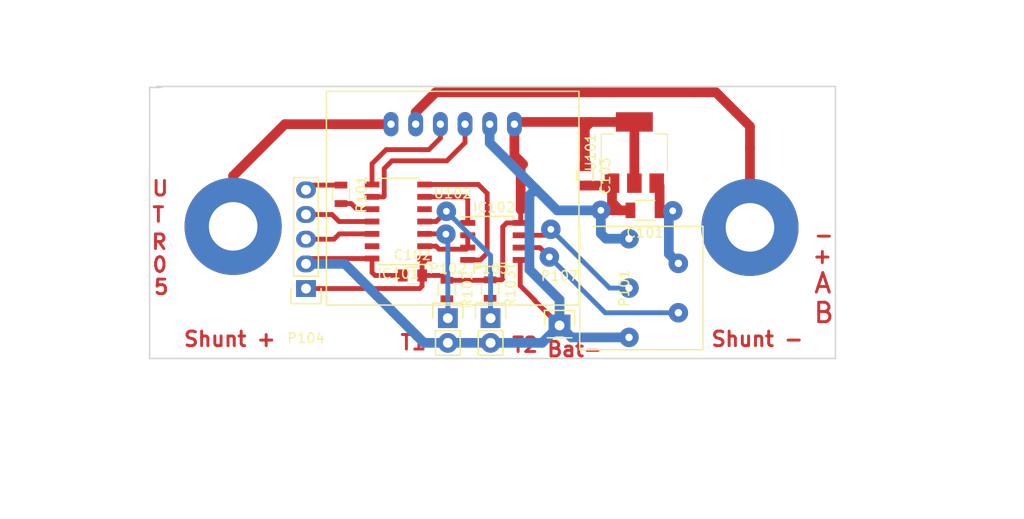
<source format=kicad_pcb>
(kicad_pcb (version 4) (host pcbnew 4.0.6)

  (general
    (links 41)
    (no_connects 0)
    (area 119.624999 74.024999 190.375001 102.175001)
    (thickness 1.6)
    (drawings 45)
    (tracks 150)
    (zones 0)
    (modules 17)
    (nets 19)
  )

  (page A4)
  (layers
    (0 F.Cu signal)
    (31 B.Cu signal)
    (32 B.Adhes user)
    (33 F.Adhes user)
    (34 B.Paste user)
    (35 F.Paste user)
    (36 B.SilkS user)
    (37 F.SilkS user)
    (38 B.Mask user)
    (39 F.Mask user)
    (40 Dwgs.User user)
    (41 Cmts.User user)
    (42 Eco1.User user)
    (43 Eco2.User user)
    (44 Edge.Cuts user)
    (45 Margin user)
    (46 B.CrtYd user)
    (47 F.CrtYd user)
    (48 B.Fab user)
    (49 F.Fab user)
  )

  (setup
    (last_trace_width 0.8)
    (trace_clearance 0.2)
    (zone_clearance 0.5)
    (zone_45_only yes)
    (trace_min 0.2)
    (segment_width 0.2)
    (edge_width 0.15)
    (via_size 2)
    (via_drill 0.7)
    (via_min_size 0.4)
    (via_min_drill 0.3)
    (uvia_size 0.3)
    (uvia_drill 0.1)
    (uvias_allowed no)
    (uvia_min_size 0.2)
    (uvia_min_drill 0.1)
    (pcb_text_width 0.3)
    (pcb_text_size 1.5 1.5)
    (mod_edge_width 0.15)
    (mod_text_size 1 1)
    (mod_text_width 0.15)
    (pad_size 1.524 1.524)
    (pad_drill 0.762)
    (pad_to_mask_clearance 0.2)
    (aux_axis_origin 119.7 102.2)
    (visible_elements FFFFEF7F)
    (pcbplotparams
      (layerselection 0x00000_80000001)
      (usegerberextensions false)
      (excludeedgelayer true)
      (linewidth 0.100000)
      (plotframeref false)
      (viasonmask false)
      (mode 1)
      (useauxorigin true)
      (hpglpennumber 1)
      (hpglpenspeed 20)
      (hpglpendiameter 15)
      (hpglpenoverlay 2)
      (psnegative false)
      (psa4output false)
      (plotreference true)
      (plotvalue true)
      (plotinvisibletext false)
      (padsonsilk false)
      (subtractmaskfromsilk false)
      (outputformat 1)
      (mirror false)
      (drillshape 0)
      (scaleselection 1)
      (outputdirectory ""))
  )

  (net 0 "")
  (net 1 VIn)
  (net 2 GND)
  (net 3 5V)
  (net 4 RS-DIR)
  (net 5 TEMP1)
  (net 6 TEMP2)
  (net 7 RS-RX)
  (net 8 RS-TX)
  (net 9 SDA)
  (net 10 SCL)
  (net 11 "Net-(IC101-Pad10)")
  (net 12 TX)
  (net 13 RX)
  (net 14 IN+)
  (net 15 IN-)
  (net 16 RS485-A)
  (net 17 UDPI)
  (net 18 RS485-B)

  (net_class Default "This is the default net class."
    (clearance 0.2)
    (trace_width 0.8)
    (via_dia 2)
    (via_drill 0.7)
    (uvia_dia 0.3)
    (uvia_drill 0.1)
    (add_net 5V)
    (add_net GND)
    (add_net IN+)
    (add_net IN-)
    (add_net "Net-(IC101-Pad10)")
    (add_net RS-DIR)
    (add_net RS-RX)
    (add_net RS-TX)
    (add_net RS485-A)
    (add_net RS485-B)
    (add_net RX)
    (add_net SCL)
    (add_net SDA)
    (add_net TEMP1)
    (add_net TEMP2)
    (add_net TX)
    (add_net UDPI)
    (add_net VIn)
  )

  (module Capacitors_SMD:C_1206 (layer F.Cu) (tedit 5415D7BD) (tstamp 62F8FE7B)
    (at 170.7 86.85 180)
    (descr "Capacitor SMD 1206, reflow soldering, AVX (see smccp.pdf)")
    (tags "capacitor 1206")
    (path /62F9089E)
    (attr smd)
    (fp_text reference C101 (at 0 -2.3 180) (layer F.SilkS)
      (effects (font (size 1 1) (thickness 0.15)))
    )
    (fp_text value 1uF (at 0 2.3 180) (layer F.Fab)
      (effects (font (size 1 1) (thickness 0.15)))
    )
    (fp_line (start -1.6 0.8) (end -1.6 -0.8) (layer F.Fab) (width 0.15))
    (fp_line (start 1.6 0.8) (end -1.6 0.8) (layer F.Fab) (width 0.15))
    (fp_line (start 1.6 -0.8) (end 1.6 0.8) (layer F.Fab) (width 0.15))
    (fp_line (start -1.6 -0.8) (end 1.6 -0.8) (layer F.Fab) (width 0.15))
    (fp_line (start -2.3 -1.15) (end 2.3 -1.15) (layer F.CrtYd) (width 0.05))
    (fp_line (start -2.3 1.15) (end 2.3 1.15) (layer F.CrtYd) (width 0.05))
    (fp_line (start -2.3 -1.15) (end -2.3 1.15) (layer F.CrtYd) (width 0.05))
    (fp_line (start 2.3 -1.15) (end 2.3 1.15) (layer F.CrtYd) (width 0.05))
    (fp_line (start 1 -1.025) (end -1 -1.025) (layer F.SilkS) (width 0.15))
    (fp_line (start -1 1.025) (end 1 1.025) (layer F.SilkS) (width 0.15))
    (pad 1 smd rect (at -1.5 0 180) (size 1 1.6) (layers F.Cu F.Paste F.Mask)
      (net 1 VIn))
    (pad 2 smd rect (at 1.5 0 180) (size 1 1.6) (layers F.Cu F.Paste F.Mask)
      (net 2 GND))
    (model Capacitors_SMD.3dshapes/C_1206.wrl
      (at (xyz 0 0 0))
      (scale (xyz 1 1 1))
      (rotate (xyz 0 0 0))
    )
  )

  (module Capacitors_SMD:C_0805 (layer F.Cu) (tedit 5415D6EA) (tstamp 62F8FE81)
    (at 146.75 93.55)
    (descr "Capacitor SMD 0805, reflow soldering, AVX (see smccp.pdf)")
    (tags "capacitor 0805")
    (path /62F8F8E4)
    (attr smd)
    (fp_text reference C102 (at 0 -2.1) (layer F.SilkS)
      (effects (font (size 1 1) (thickness 0.15)))
    )
    (fp_text value 10uF (at 0 2.1) (layer F.Fab)
      (effects (font (size 1 1) (thickness 0.15)))
    )
    (fp_line (start -1 0.625) (end -1 -0.625) (layer F.Fab) (width 0.15))
    (fp_line (start 1 0.625) (end -1 0.625) (layer F.Fab) (width 0.15))
    (fp_line (start 1 -0.625) (end 1 0.625) (layer F.Fab) (width 0.15))
    (fp_line (start -1 -0.625) (end 1 -0.625) (layer F.Fab) (width 0.15))
    (fp_line (start -1.8 -1) (end 1.8 -1) (layer F.CrtYd) (width 0.05))
    (fp_line (start -1.8 1) (end 1.8 1) (layer F.CrtYd) (width 0.05))
    (fp_line (start -1.8 -1) (end -1.8 1) (layer F.CrtYd) (width 0.05))
    (fp_line (start 1.8 -1) (end 1.8 1) (layer F.CrtYd) (width 0.05))
    (fp_line (start 0.5 -0.85) (end -0.5 -0.85) (layer F.SilkS) (width 0.15))
    (fp_line (start -0.5 0.85) (end 0.5 0.85) (layer F.SilkS) (width 0.15))
    (pad 1 smd rect (at -1 0) (size 1 1.25) (layers F.Cu F.Paste F.Mask)
      (net 2 GND))
    (pad 2 smd rect (at 1 0) (size 1 1.25) (layers F.Cu F.Paste F.Mask)
      (net 3 5V))
    (model Capacitors_SMD.3dshapes/C_0805.wrl
      (at (xyz 0 0 0))
      (scale (xyz 1 1 1))
      (rotate (xyz 0 0 0))
    )
  )

  (module Capacitors_SMD:C_0805 (layer F.Cu) (tedit 5415D6EA) (tstamp 62F8FE87)
    (at 164.5 83.3 270)
    (descr "Capacitor SMD 0805, reflow soldering, AVX (see smccp.pdf)")
    (tags "capacitor 0805")
    (path /62F8F962)
    (attr smd)
    (fp_text reference C103 (at 0 -2.1 270) (layer F.SilkS)
      (effects (font (size 1 1) (thickness 0.15)))
    )
    (fp_text value 100nF (at 0 2.1 270) (layer F.Fab)
      (effects (font (size 1 1) (thickness 0.15)))
    )
    (fp_line (start -1 0.625) (end -1 -0.625) (layer F.Fab) (width 0.15))
    (fp_line (start 1 0.625) (end -1 0.625) (layer F.Fab) (width 0.15))
    (fp_line (start 1 -0.625) (end 1 0.625) (layer F.Fab) (width 0.15))
    (fp_line (start -1 -0.625) (end 1 -0.625) (layer F.Fab) (width 0.15))
    (fp_line (start -1.8 -1) (end 1.8 -1) (layer F.CrtYd) (width 0.05))
    (fp_line (start -1.8 1) (end 1.8 1) (layer F.CrtYd) (width 0.05))
    (fp_line (start -1.8 -1) (end -1.8 1) (layer F.CrtYd) (width 0.05))
    (fp_line (start 1.8 -1) (end 1.8 1) (layer F.CrtYd) (width 0.05))
    (fp_line (start 0.5 -0.85) (end -0.5 -0.85) (layer F.SilkS) (width 0.15))
    (fp_line (start -0.5 0.85) (end 0.5 0.85) (layer F.SilkS) (width 0.15))
    (pad 1 smd rect (at -1 0 270) (size 1 1.25) (layers F.Cu F.Paste F.Mask)
      (net 3 5V))
    (pad 2 smd rect (at 1 0 270) (size 1 1.25) (layers F.Cu F.Paste F.Mask)
      (net 2 GND))
    (model Capacitors_SMD.3dshapes/C_0805.wrl
      (at (xyz 0 0 0))
      (scale (xyz 1 1 1))
      (rotate (xyz 0 0 0))
    )
  )

  (module Housings_SOIC:SOIC-14_3.9x8.7mm_Pitch1.27mm (layer F.Cu) (tedit 574D9791) (tstamp 62F8FE99)
    (at 145.3 88 180)
    (descr "14-Lead Plastic Small Outline (SL) - Narrow, 3.90 mm Body [SOIC] (see Microchip Packaging Specification 00000049BS.pdf)")
    (tags "SOIC 1.27")
    (path /62F8F322)
    (attr smd)
    (fp_text reference IC101 (at 0 -5.375 180) (layer F.SilkS)
      (effects (font (size 1 1) (thickness 0.15)))
    )
    (fp_text value ATTINY3224-SS (at 0 5.375 180) (layer F.Fab)
      (effects (font (size 1 1) (thickness 0.15)))
    )
    (fp_line (start -0.95 -4.35) (end 1.95 -4.35) (layer F.Fab) (width 0.15))
    (fp_line (start 1.95 -4.35) (end 1.95 4.35) (layer F.Fab) (width 0.15))
    (fp_line (start 1.95 4.35) (end -1.95 4.35) (layer F.Fab) (width 0.15))
    (fp_line (start -1.95 4.35) (end -1.95 -3.35) (layer F.Fab) (width 0.15))
    (fp_line (start -1.95 -3.35) (end -0.95 -4.35) (layer F.Fab) (width 0.15))
    (fp_line (start -3.7 -4.65) (end -3.7 4.65) (layer F.CrtYd) (width 0.05))
    (fp_line (start 3.7 -4.65) (end 3.7 4.65) (layer F.CrtYd) (width 0.05))
    (fp_line (start -3.7 -4.65) (end 3.7 -4.65) (layer F.CrtYd) (width 0.05))
    (fp_line (start -3.7 4.65) (end 3.7 4.65) (layer F.CrtYd) (width 0.05))
    (fp_line (start -2.075 -4.45) (end -2.075 -4.425) (layer F.SilkS) (width 0.15))
    (fp_line (start 2.075 -4.45) (end 2.075 -4.335) (layer F.SilkS) (width 0.15))
    (fp_line (start 2.075 4.45) (end 2.075 4.335) (layer F.SilkS) (width 0.15))
    (fp_line (start -2.075 4.45) (end -2.075 4.335) (layer F.SilkS) (width 0.15))
    (fp_line (start -2.075 -4.45) (end 2.075 -4.45) (layer F.SilkS) (width 0.15))
    (fp_line (start -2.075 4.45) (end 2.075 4.45) (layer F.SilkS) (width 0.15))
    (fp_line (start -2.075 -4.425) (end -3.45 -4.425) (layer F.SilkS) (width 0.15))
    (pad 1 smd rect (at -2.7 -3.81 180) (size 1.5 0.6) (layers F.Cu F.Paste F.Mask)
      (net 3 5V))
    (pad 2 smd rect (at -2.7 -2.54 180) (size 1.5 0.6) (layers F.Cu F.Paste F.Mask)
      (net 4 RS-DIR))
    (pad 3 smd rect (at -2.7 -1.27 180) (size 1.5 0.6) (layers F.Cu F.Paste F.Mask)
      (net 5 TEMP1))
    (pad 4 smd rect (at -2.7 0 180) (size 1.5 0.6) (layers F.Cu F.Paste F.Mask)
      (net 6 TEMP2))
    (pad 5 smd rect (at -2.7 1.27 180) (size 1.5 0.6) (layers F.Cu F.Paste F.Mask))
    (pad 6 smd rect (at -2.7 2.54 180) (size 1.5 0.6) (layers F.Cu F.Paste F.Mask)
      (net 7 RS-RX))
    (pad 7 smd rect (at -2.7 3.81 180) (size 1.5 0.6) (layers F.Cu F.Paste F.Mask)
      (net 8 RS-TX))
    (pad 8 smd rect (at 2.7 3.81 180) (size 1.5 0.6) (layers F.Cu F.Paste F.Mask)
      (net 9 SDA))
    (pad 9 smd rect (at 2.7 2.54 180) (size 1.5 0.6) (layers F.Cu F.Paste F.Mask)
      (net 10 SCL))
    (pad 10 smd rect (at 2.7 1.27 180) (size 1.5 0.6) (layers F.Cu F.Paste F.Mask)
      (net 11 "Net-(IC101-Pad10)"))
    (pad 11 smd rect (at 2.7 0 180) (size 1.5 0.6) (layers F.Cu F.Paste F.Mask)
      (net 12 TX))
    (pad 12 smd rect (at 2.7 -1.27 180) (size 1.5 0.6) (layers F.Cu F.Paste F.Mask)
      (net 13 RX))
    (pad 13 smd rect (at 2.7 -2.54 180) (size 1.5 0.6) (layers F.Cu F.Paste F.Mask))
    (pad 14 smd rect (at 2.7 -3.81 180) (size 1.5 0.6) (layers F.Cu F.Paste F.Mask)
      (net 2 GND))
    (model Housings_SOIC.3dshapes/SOIC-14_3.9x8.7mm_Pitch1.27mm.wrl
      (at (xyz 0 0 0))
      (scale (xyz 1 1 1))
      (rotate (xyz 0 0 0))
    )
  )

  (module Housings_SOIC:SOIC-8_3.9x4.9mm_Pitch1.27mm (layer F.Cu) (tedit 54130A77) (tstamp 62F8FEA5)
    (at 155.15 90.05)
    (descr "8-Lead Plastic Small Outline (SN) - Narrow, 3.90 mm Body [SOIC] (see Microchip Packaging Specification 00000049BS.pdf)")
    (tags "SOIC 1.27")
    (path /62F8EE93)
    (attr smd)
    (fp_text reference IC102 (at 0 -3.5) (layer F.SilkS)
      (effects (font (size 1 1) (thickness 0.15)))
    )
    (fp_text value MAX485/3485 (at 0 3.5) (layer F.Fab)
      (effects (font (size 1 1) (thickness 0.15)))
    )
    (fp_line (start -0.95 -2.45) (end 1.95 -2.45) (layer F.Fab) (width 0.15))
    (fp_line (start 1.95 -2.45) (end 1.95 2.45) (layer F.Fab) (width 0.15))
    (fp_line (start 1.95 2.45) (end -1.95 2.45) (layer F.Fab) (width 0.15))
    (fp_line (start -1.95 2.45) (end -1.95 -1.45) (layer F.Fab) (width 0.15))
    (fp_line (start -1.95 -1.45) (end -0.95 -2.45) (layer F.Fab) (width 0.15))
    (fp_line (start -3.75 -2.75) (end -3.75 2.75) (layer F.CrtYd) (width 0.05))
    (fp_line (start 3.75 -2.75) (end 3.75 2.75) (layer F.CrtYd) (width 0.05))
    (fp_line (start -3.75 -2.75) (end 3.75 -2.75) (layer F.CrtYd) (width 0.05))
    (fp_line (start -3.75 2.75) (end 3.75 2.75) (layer F.CrtYd) (width 0.05))
    (fp_line (start -2.075 -2.575) (end -2.075 -2.525) (layer F.SilkS) (width 0.15))
    (fp_line (start 2.075 -2.575) (end 2.075 -2.43) (layer F.SilkS) (width 0.15))
    (fp_line (start 2.075 2.575) (end 2.075 2.43) (layer F.SilkS) (width 0.15))
    (fp_line (start -2.075 2.575) (end -2.075 2.43) (layer F.SilkS) (width 0.15))
    (fp_line (start -2.075 -2.575) (end 2.075 -2.575) (layer F.SilkS) (width 0.15))
    (fp_line (start -2.075 2.575) (end 2.075 2.575) (layer F.SilkS) (width 0.15))
    (fp_line (start -2.075 -2.525) (end -3.475 -2.525) (layer F.SilkS) (width 0.15))
    (pad 1 smd rect (at -2.7 -1.905) (size 1.55 0.6) (layers F.Cu F.Paste F.Mask)
      (net 7 RS-RX))
    (pad 2 smd rect (at -2.7 -0.635) (size 1.55 0.6) (layers F.Cu F.Paste F.Mask)
      (net 4 RS-DIR))
    (pad 3 smd rect (at -2.7 0.635) (size 1.55 0.6) (layers F.Cu F.Paste F.Mask)
      (net 4 RS-DIR))
    (pad 4 smd rect (at -2.7 1.905) (size 1.55 0.6) (layers F.Cu F.Paste F.Mask)
      (net 8 RS-TX))
    (pad 5 smd rect (at 2.7 1.905) (size 1.55 0.6) (layers F.Cu F.Paste F.Mask)
      (net 2 GND))
    (pad 6 smd rect (at 2.7 0.635) (size 1.55 0.6) (layers F.Cu F.Paste F.Mask)
      (net 16 RS485-A))
    (pad 7 smd rect (at 2.7 -0.635) (size 1.55 0.6) (layers F.Cu F.Paste F.Mask)
      (net 18 RS485-B))
    (pad 8 smd rect (at 2.7 -1.905) (size 1.55 0.6) (layers F.Cu F.Paste F.Mask)
      (net 3 5V))
    (model Housings_SOIC.3dshapes/SOIC-8_3.9x4.9mm_Pitch1.27mm.wrl
      (at (xyz 0 0 0))
      (scale (xyz 1 1 1))
      (rotate (xyz 0 0 0))
    )
  )

  (module Pin_Headers:Pin_Header_Straight_1x02 (layer F.Cu) (tedit 54EA090C) (tstamp 62F8FEBA)
    (at 150.4 97.95)
    (descr "Through hole pin header")
    (tags "pin header")
    (path /62F9028E)
    (fp_text reference P102 (at 0 -5.1) (layer F.SilkS)
      (effects (font (size 1 1) (thickness 0.15)))
    )
    (fp_text value NTC1 (at 0 -3.1) (layer F.Fab)
      (effects (font (size 1 1) (thickness 0.15)))
    )
    (fp_line (start 1.27 1.27) (end 1.27 3.81) (layer F.SilkS) (width 0.15))
    (fp_line (start 1.55 -1.55) (end 1.55 0) (layer F.SilkS) (width 0.15))
    (fp_line (start -1.75 -1.75) (end -1.75 4.3) (layer F.CrtYd) (width 0.05))
    (fp_line (start 1.75 -1.75) (end 1.75 4.3) (layer F.CrtYd) (width 0.05))
    (fp_line (start -1.75 -1.75) (end 1.75 -1.75) (layer F.CrtYd) (width 0.05))
    (fp_line (start -1.75 4.3) (end 1.75 4.3) (layer F.CrtYd) (width 0.05))
    (fp_line (start 1.27 1.27) (end -1.27 1.27) (layer F.SilkS) (width 0.15))
    (fp_line (start -1.55 0) (end -1.55 -1.55) (layer F.SilkS) (width 0.15))
    (fp_line (start -1.55 -1.55) (end 1.55 -1.55) (layer F.SilkS) (width 0.15))
    (fp_line (start -1.27 1.27) (end -1.27 3.81) (layer F.SilkS) (width 0.15))
    (fp_line (start -1.27 3.81) (end 1.27 3.81) (layer F.SilkS) (width 0.15))
    (pad 1 thru_hole rect (at 0 0) (size 2.032 2.032) (drill 1.016) (layers *.Cu *.Mask)
      (net 5 TEMP1))
    (pad 2 thru_hole oval (at 0 2.54) (size 2.032 2.032) (drill 1.016) (layers *.Cu *.Mask)
      (net 2 GND))
    (model Pin_Headers.3dshapes/Pin_Header_Straight_1x02.wrl
      (at (xyz 0 -0.05 0))
      (scale (xyz 1 1 1))
      (rotate (xyz 0 0 90))
    )
  )

  (module Pin_Headers:Pin_Header_Straight_1x02 (layer F.Cu) (tedit 54EA090C) (tstamp 62F8FEC0)
    (at 154.8 97.95)
    (descr "Through hole pin header")
    (tags "pin header")
    (path /62F90323)
    (fp_text reference P103 (at 0 -5.1) (layer F.SilkS)
      (effects (font (size 1 1) (thickness 0.15)))
    )
    (fp_text value NTC2 (at 0 -3.1) (layer F.Fab)
      (effects (font (size 1 1) (thickness 0.15)))
    )
    (fp_line (start 1.27 1.27) (end 1.27 3.81) (layer F.SilkS) (width 0.15))
    (fp_line (start 1.55 -1.55) (end 1.55 0) (layer F.SilkS) (width 0.15))
    (fp_line (start -1.75 -1.75) (end -1.75 4.3) (layer F.CrtYd) (width 0.05))
    (fp_line (start 1.75 -1.75) (end 1.75 4.3) (layer F.CrtYd) (width 0.05))
    (fp_line (start -1.75 -1.75) (end 1.75 -1.75) (layer F.CrtYd) (width 0.05))
    (fp_line (start -1.75 4.3) (end 1.75 4.3) (layer F.CrtYd) (width 0.05))
    (fp_line (start 1.27 1.27) (end -1.27 1.27) (layer F.SilkS) (width 0.15))
    (fp_line (start -1.55 0) (end -1.55 -1.55) (layer F.SilkS) (width 0.15))
    (fp_line (start -1.55 -1.55) (end 1.55 -1.55) (layer F.SilkS) (width 0.15))
    (fp_line (start -1.27 1.27) (end -1.27 3.81) (layer F.SilkS) (width 0.15))
    (fp_line (start -1.27 3.81) (end 1.27 3.81) (layer F.SilkS) (width 0.15))
    (pad 1 thru_hole rect (at 0 0) (size 2.032 2.032) (drill 1.016) (layers *.Cu *.Mask)
      (net 6 TEMP2))
    (pad 2 thru_hole oval (at 0 2.54) (size 2.032 2.032) (drill 1.016) (layers *.Cu *.Mask)
      (net 2 GND))
    (model Pin_Headers.3dshapes/Pin_Header_Straight_1x02.wrl
      (at (xyz 0 -0.05 0))
      (scale (xyz 1 1 1))
      (rotate (xyz 0 0 90))
    )
  )

  (module Pin_Headers:Pin_Header_Straight_1x05 (layer F.Cu) (tedit 54EA0684) (tstamp 62F8FEC9)
    (at 135.8 94.9 180)
    (descr "Through hole pin header")
    (tags "pin header")
    (path /62F8FA97)
    (fp_text reference P104 (at 0 -5.1 180) (layer F.SilkS)
      (effects (font (size 1 1) (thickness 0.15)))
    )
    (fp_text value DEBUG (at 0 -3.1 180) (layer F.Fab)
      (effects (font (size 1 1) (thickness 0.15)))
    )
    (fp_line (start -1.55 0) (end -1.55 -1.55) (layer F.SilkS) (width 0.15))
    (fp_line (start -1.55 -1.55) (end 1.55 -1.55) (layer F.SilkS) (width 0.15))
    (fp_line (start 1.55 -1.55) (end 1.55 0) (layer F.SilkS) (width 0.15))
    (fp_line (start -1.75 -1.75) (end -1.75 11.95) (layer F.CrtYd) (width 0.05))
    (fp_line (start 1.75 -1.75) (end 1.75 11.95) (layer F.CrtYd) (width 0.05))
    (fp_line (start -1.75 -1.75) (end 1.75 -1.75) (layer F.CrtYd) (width 0.05))
    (fp_line (start -1.75 11.95) (end 1.75 11.95) (layer F.CrtYd) (width 0.05))
    (fp_line (start 1.27 1.27) (end 1.27 11.43) (layer F.SilkS) (width 0.15))
    (fp_line (start 1.27 11.43) (end -1.27 11.43) (layer F.SilkS) (width 0.15))
    (fp_line (start -1.27 11.43) (end -1.27 1.27) (layer F.SilkS) (width 0.15))
    (fp_line (start 1.27 1.27) (end -1.27 1.27) (layer F.SilkS) (width 0.15))
    (pad 1 thru_hole rect (at 0 0 180) (size 2.032 1.7272) (drill 1.016) (layers *.Cu *.Mask)
      (net 3 5V))
    (pad 2 thru_hole oval (at 0 2.54 180) (size 2.032 1.7272) (drill 1.016) (layers *.Cu *.Mask)
      (net 2 GND))
    (pad 3 thru_hole oval (at 0 5.08 180) (size 2.032 1.7272) (drill 1.016) (layers *.Cu *.Mask)
      (net 13 RX))
    (pad 4 thru_hole oval (at 0 7.62 180) (size 2.032 1.7272) (drill 1.016) (layers *.Cu *.Mask)
      (net 12 TX))
    (pad 5 thru_hole oval (at 0 10.16 180) (size 2.032 1.7272) (drill 1.016) (layers *.Cu *.Mask)
      (net 17 UDPI))
    (model Pin_Headers.3dshapes/Pin_Header_Straight_1x05.wrl
      (at (xyz 0 -0.2 0))
      (scale (xyz 1 1 1))
      (rotate (xyz 0 0 90))
    )
  )

  (module Resistors_SMD:R_0805 (layer F.Cu) (tedit 58307B54) (tstamp 62F8FECF)
    (at 139.4 85.2 270)
    (descr "Resistor SMD 0805, reflow soldering, Vishay (see dcrcw.pdf)")
    (tags "resistor 0805")
    (path /62F8FC80)
    (attr smd)
    (fp_text reference R101 (at 0 -2.1 270) (layer F.SilkS)
      (effects (font (size 1 1) (thickness 0.15)))
    )
    (fp_text value 270R (at 0 2.1 270) (layer F.Fab)
      (effects (font (size 1 1) (thickness 0.15)))
    )
    (fp_line (start -1 0.625) (end -1 -0.625) (layer F.Fab) (width 0.1))
    (fp_line (start 1 0.625) (end -1 0.625) (layer F.Fab) (width 0.1))
    (fp_line (start 1 -0.625) (end 1 0.625) (layer F.Fab) (width 0.1))
    (fp_line (start -1 -0.625) (end 1 -0.625) (layer F.Fab) (width 0.1))
    (fp_line (start -1.6 -1) (end 1.6 -1) (layer F.CrtYd) (width 0.05))
    (fp_line (start -1.6 1) (end 1.6 1) (layer F.CrtYd) (width 0.05))
    (fp_line (start -1.6 -1) (end -1.6 1) (layer F.CrtYd) (width 0.05))
    (fp_line (start 1.6 -1) (end 1.6 1) (layer F.CrtYd) (width 0.05))
    (fp_line (start 0.6 0.875) (end -0.6 0.875) (layer F.SilkS) (width 0.15))
    (fp_line (start -0.6 -0.875) (end 0.6 -0.875) (layer F.SilkS) (width 0.15))
    (pad 1 smd rect (at -0.95 0 270) (size 0.7 1.3) (layers F.Cu F.Paste F.Mask)
      (net 17 UDPI))
    (pad 2 smd rect (at 0.95 0 270) (size 0.7 1.3) (layers F.Cu F.Paste F.Mask)
      (net 11 "Net-(IC101-Pad10)"))
    (model Resistors_SMD.3dshapes/R_0805.wrl
      (at (xyz 0 0 0))
      (scale (xyz 1 1 1))
      (rotate (xyz 0 0 0))
    )
  )

  (module Resistors_SMD:R_0805 (layer F.Cu) (tedit 58307B54) (tstamp 62F8FED5)
    (at 150.3 95 270)
    (descr "Resistor SMD 0805, reflow soldering, Vishay (see dcrcw.pdf)")
    (tags "resistor 0805")
    (path /62F8F813)
    (attr smd)
    (fp_text reference R102 (at 0 -2.1 270) (layer F.SilkS)
      (effects (font (size 1 1) (thickness 0.15)))
    )
    (fp_text value 10K (at 0 2.1 270) (layer F.Fab)
      (effects (font (size 1 1) (thickness 0.15)))
    )
    (fp_line (start -1 0.625) (end -1 -0.625) (layer F.Fab) (width 0.1))
    (fp_line (start 1 0.625) (end -1 0.625) (layer F.Fab) (width 0.1))
    (fp_line (start 1 -0.625) (end 1 0.625) (layer F.Fab) (width 0.1))
    (fp_line (start -1 -0.625) (end 1 -0.625) (layer F.Fab) (width 0.1))
    (fp_line (start -1.6 -1) (end 1.6 -1) (layer F.CrtYd) (width 0.05))
    (fp_line (start -1.6 1) (end 1.6 1) (layer F.CrtYd) (width 0.05))
    (fp_line (start -1.6 -1) (end -1.6 1) (layer F.CrtYd) (width 0.05))
    (fp_line (start 1.6 -1) (end 1.6 1) (layer F.CrtYd) (width 0.05))
    (fp_line (start 0.6 0.875) (end -0.6 0.875) (layer F.SilkS) (width 0.15))
    (fp_line (start -0.6 -0.875) (end 0.6 -0.875) (layer F.SilkS) (width 0.15))
    (pad 1 smd rect (at -0.95 0 270) (size 0.7 1.3) (layers F.Cu F.Paste F.Mask)
      (net 3 5V))
    (pad 2 smd rect (at 0.95 0 270) (size 0.7 1.3) (layers F.Cu F.Paste F.Mask)
      (net 5 TEMP1))
    (model Resistors_SMD.3dshapes/R_0805.wrl
      (at (xyz 0 0 0))
      (scale (xyz 1 1 1))
      (rotate (xyz 0 0 0))
    )
  )

  (module Resistors_SMD:R_0805 (layer F.Cu) (tedit 58307B54) (tstamp 62F8FEDB)
    (at 154.75 94.95 270)
    (descr "Resistor SMD 0805, reflow soldering, Vishay (see dcrcw.pdf)")
    (tags "resistor 0805")
    (path /62F8F89A)
    (attr smd)
    (fp_text reference R103 (at 0 -2.1 270) (layer F.SilkS)
      (effects (font (size 1 1) (thickness 0.15)))
    )
    (fp_text value 10K (at 0 2.1 270) (layer F.Fab)
      (effects (font (size 1 1) (thickness 0.15)))
    )
    (fp_line (start -1 0.625) (end -1 -0.625) (layer F.Fab) (width 0.1))
    (fp_line (start 1 0.625) (end -1 0.625) (layer F.Fab) (width 0.1))
    (fp_line (start 1 -0.625) (end 1 0.625) (layer F.Fab) (width 0.1))
    (fp_line (start -1 -0.625) (end 1 -0.625) (layer F.Fab) (width 0.1))
    (fp_line (start -1.6 -1) (end 1.6 -1) (layer F.CrtYd) (width 0.05))
    (fp_line (start -1.6 1) (end 1.6 1) (layer F.CrtYd) (width 0.05))
    (fp_line (start -1.6 -1) (end -1.6 1) (layer F.CrtYd) (width 0.05))
    (fp_line (start 1.6 -1) (end 1.6 1) (layer F.CrtYd) (width 0.05))
    (fp_line (start 0.6 0.875) (end -0.6 0.875) (layer F.SilkS) (width 0.15))
    (fp_line (start -0.6 -0.875) (end 0.6 -0.875) (layer F.SilkS) (width 0.15))
    (pad 1 smd rect (at -0.95 0 270) (size 0.7 1.3) (layers F.Cu F.Paste F.Mask)
      (net 3 5V))
    (pad 2 smd rect (at 0.95 0 270) (size 0.7 1.3) (layers F.Cu F.Paste F.Mask)
      (net 6 TEMP2))
    (model Resistors_SMD.3dshapes/R_0805.wrl
      (at (xyz 0 0 0))
      (scale (xyz 1 1 1))
      (rotate (xyz 0 0 0))
    )
  )

  (module TO_SOT_Packages_SMD:SOT-223-3Lead_TabPin2 (layer F.Cu) (tedit 5891A32E) (tstamp 62F8FEE3)
    (at 169.6 80.9 90)
    (descr "module CMS SOT223 4 pins")
    (tags "CMS SOT")
    (path /62F906EF)
    (attr smd)
    (fp_text reference U101 (at 0 -4.5 90) (layer F.SilkS)
      (effects (font (size 1 1) (thickness 0.15)))
    )
    (fp_text value NCP1117ST50T3G (at 0 4.5 90) (layer F.Fab)
      (effects (font (size 1 1) (thickness 0.15)))
    )
    (fp_line (start 1.91 3.41) (end 1.91 2.15) (layer F.SilkS) (width 0.12))
    (fp_line (start 1.91 -3.41) (end 1.91 -2.15) (layer F.SilkS) (width 0.12))
    (fp_line (start 4.4 -3.6) (end -4.4 -3.6) (layer F.CrtYd) (width 0.05))
    (fp_line (start 4.4 3.6) (end 4.4 -3.6) (layer F.CrtYd) (width 0.05))
    (fp_line (start -4.4 3.6) (end 4.4 3.6) (layer F.CrtYd) (width 0.05))
    (fp_line (start -4.4 -3.6) (end -4.4 3.6) (layer F.CrtYd) (width 0.05))
    (fp_line (start -1.85 -2.35) (end -0.85 -3.35) (layer F.Fab) (width 0.1))
    (fp_line (start -1.85 -2.35) (end -1.85 3.35) (layer F.Fab) (width 0.1))
    (fp_line (start -1.85 3.41) (end 1.91 3.41) (layer F.SilkS) (width 0.12))
    (fp_line (start -0.85 -3.35) (end 1.85 -3.35) (layer F.Fab) (width 0.1))
    (fp_line (start -4.1 -3.41) (end 1.91 -3.41) (layer F.SilkS) (width 0.12))
    (fp_line (start -1.85 3.35) (end 1.85 3.35) (layer F.Fab) (width 0.1))
    (fp_line (start 1.85 -3.35) (end 1.85 3.35) (layer F.Fab) (width 0.1))
    (pad 2 smd rect (at 3.15 0 90) (size 2 3.8) (layers F.Cu F.Paste F.Mask)
      (net 3 5V))
    (pad 2 smd rect (at -3.15 0 90) (size 2 1.5) (layers F.Cu F.Paste F.Mask)
      (net 3 5V))
    (pad 3 smd rect (at -3.15 2.3 90) (size 2 1.5) (layers F.Cu F.Paste F.Mask)
      (net 1 VIn))
    (pad 1 smd rect (at -3.15 -2.3 90) (size 2 1.5) (layers F.Cu F.Paste F.Mask)
      (net 2 GND))
    (model TO_SOT_Packages_SMD.3dshapes/SOT-223.wrl
      (at (xyz 0 0 0))
      (scale (xyz 0.4 0.4 0.4))
      (rotate (xyz 0 0 90))
    )
  )

  (module Divers:INA219Module (layer F.Cu) (tedit 62F8FDF6) (tstamp 62F8FEF1)
    (at 150.9 85.6 180)
    (path /62F8F2F5)
    (fp_text reference U102 (at 0 0.5 180) (layer F.SilkS)
      (effects (font (size 1 1) (thickness 0.15)))
    )
    (fp_text value INA219-module (at 0 -0.5 180) (layer F.Fab)
      (effects (font (size 1 1) (thickness 0.15)))
    )
    (fp_line (start -13 -11) (end 13 -11) (layer F.SilkS) (width 0.15))
    (fp_line (start 13 -11) (end 13 11) (layer F.SilkS) (width 0.15))
    (fp_line (start 13 11) (end -13 11) (layer F.SilkS) (width 0.15))
    (fp_line (start -13 11) (end -13 -11) (layer F.SilkS) (width 0.15))
    (pad 3 thru_hole oval (at -1.27 7.62 180) (size 1.524 2.5) (drill 0.762) (layers *.Cu *.Mask)
      (net 10 SCL))
    (pad 2 thru_hole oval (at -3.81 7.62 180) (size 1.524 2.5) (drill 0.762) (layers *.Cu *.Mask)
      (net 2 GND))
    (pad 1 thru_hole oval (at -6.35 7.62 180) (size 1.524 2.5) (drill 0.762) (layers *.Cu *.Mask)
      (net 3 5V))
    (pad 4 thru_hole oval (at 1.27 7.62 180) (size 1.524 2.5) (drill 0.762) (layers *.Cu *.Mask)
      (net 9 SDA))
    (pad 5 thru_hole oval (at 3.81 7.62 180) (size 1.524 2.5) (drill 0.762) (layers *.Cu *.Mask)
      (net 15 IN-))
    (pad 6 thru_hole oval (at 6.35 7.62 180) (size 1.524 2.5) (drill 0.762) (layers *.Cu *.Mask)
      (net 14 IN+))
  )

  (module Divers:M5Bolt (layer F.Cu) (tedit 6106BC1D) (tstamp 63A03851)
    (at 128.3 88.5)
    (path /63A03BF9)
    (fp_text reference P105 (at 0 0.5) (layer F.SilkS)
      (effects (font (size 1 1) (thickness 0.15)))
    )
    (fp_text value SHUNT+ (at 0 -0.5) (layer F.Fab)
      (effects (font (size 1 1) (thickness 0.15)))
    )
    (pad 1 thru_hole circle (at 0 0) (size 10 10) (drill 5) (layers *.Cu *.Mask)
      (net 14 IN+))
  )

  (module Divers:M5Bolt (layer F.Cu) (tedit 6106BC1D) (tstamp 63A03856)
    (at 181.5 88.6)
    (path /63A03C64)
    (fp_text reference P106 (at 0 0.5) (layer F.SilkS)
      (effects (font (size 1 1) (thickness 0.15)))
    )
    (fp_text value SHUNT- (at 0 -0.5) (layer F.Fab)
      (effects (font (size 1 1) (thickness 0.15)))
    )
    (pad 1 thru_hole circle (at 0 0) (size 10 10) (drill 5) (layers *.Cu *.Mask)
      (net 15 IN-))
  )

  (module Pin_Headers:Pin_Header_Straight_1x01 (layer F.Cu) (tedit 54EA08DC) (tstamp 63A03863)
    (at 161.9 98.7)
    (descr "Through hole pin header")
    (tags "pin header")
    (path /63A03D21)
    (fp_text reference P107 (at 0 -5.1) (layer F.SilkS)
      (effects (font (size 1 1) (thickness 0.15)))
    )
    (fp_text value BAT- (at 0 -3.1) (layer F.Fab)
      (effects (font (size 1 1) (thickness 0.15)))
    )
    (fp_line (start 1.55 -1.55) (end 1.55 0) (layer F.SilkS) (width 0.15))
    (fp_line (start -1.75 -1.75) (end -1.75 1.75) (layer F.CrtYd) (width 0.05))
    (fp_line (start 1.75 -1.75) (end 1.75 1.75) (layer F.CrtYd) (width 0.05))
    (fp_line (start -1.75 -1.75) (end 1.75 -1.75) (layer F.CrtYd) (width 0.05))
    (fp_line (start -1.75 1.75) (end 1.75 1.75) (layer F.CrtYd) (width 0.05))
    (fp_line (start -1.55 0) (end -1.55 -1.55) (layer F.SilkS) (width 0.15))
    (fp_line (start -1.55 -1.55) (end 1.55 -1.55) (layer F.SilkS) (width 0.15))
    (fp_line (start -1.27 1.27) (end 1.27 1.27) (layer F.SilkS) (width 0.15))
    (pad 1 thru_hole rect (at 0 0) (size 2.2352 2.2352) (drill 1.016) (layers *.Cu *.Mask)
      (net 2 GND))
    (model Pin_Headers.3dshapes/Pin_Header_Straight_1x01.wrl
      (at (xyz 0 0 0))
      (scale (xyz 1 1 1))
      (rotate (xyz 0 0 90))
    )
  )

  (module Divers:Wago250PushSocket5way (layer F.Cu) (tedit 63A04EDD) (tstamp 63A05008)
    (at 169.05 94.85 270)
    (path /62F900B5)
    (fp_text reference P101 (at 0 0.5 270) (layer F.SilkS)
      (effects (font (size 1 1) (thickness 0.15)))
    )
    (fp_text value RS485 (at 0 -0.5 270) (layer F.Fab)
      (effects (font (size 1 1) (thickness 0.15)))
    )
    (fp_line (start -6.35 5.08) (end 6.35 5.08) (layer F.SilkS) (width 0.15))
    (fp_line (start 6.35 5.08) (end 6.35 -7.62) (layer F.SilkS) (width 0.15))
    (fp_line (start 6.35 -7.62) (end -6.35 -7.62) (layer F.SilkS) (width 0.15))
    (fp_line (start -6.35 -7.62) (end -6.35 3.81) (layer F.SilkS) (width 0.15))
    (pad 3 thru_hole circle (at 0 0 270) (size 2 2) (drill 0.762) (layers *.Cu *.Mask)
      (net 18 RS485-B))
    (pad 2 thru_hole circle (at -2.54 -5.08 270) (size 2 2) (drill 0.762) (layers *.Cu *.Mask)
      (net 1 VIn))
    (pad 1 thru_hole circle (at -5.08 0 270) (size 2 2) (drill 0.762) (layers *.Cu *.Mask)
      (net 2 GND))
    (pad 4 thru_hole circle (at 2.54 -5.08 270) (size 2 2) (drill 0.762) (layers *.Cu *.Mask)
      (net 16 RS485-A))
    (pad 5 thru_hole circle (at 5.08 0 270) (size 2 2) (drill 0.762) (layers *.Cu *.Mask)
      (net 2 GND))
  )

  (gr_text + (at 188.95 91.55) (layer F.Cu)
    (effects (font (size 1.5 1.5) (thickness 0.3)))
  )
  (gr_text "Shunt -" (at 182.25 100.1) (layer F.Cu)
    (effects (font (size 1.5 1.5) (thickness 0.3)))
  )
  (gr_text 0 (at 120.75 92.45) (layer F.Cu)
    (effects (font (size 1.5 1.5) (thickness 0.3)))
  )
  (gr_text Bat- (at 163.45 101.15) (layer F.Cu)
    (effects (font (size 1.5 1.5) (thickness 0.3)))
  )
  (gr_line (start 176.5 78.2) (end 176.1 78.2) (angle 90) (layer Dwgs.User) (width 0.2))
  (gr_line (start 176.5 98.7) (end 176.5 78.2) (angle 90) (layer Dwgs.User) (width 0.2))
  (gr_line (start 132.8 78.4) (end 132.5 78.4) (angle 90) (layer Dwgs.User) (width 0.2))
  (gr_line (start 132.8 102.1) (end 132.8 78.4) (angle 90) (layer Dwgs.User) (width 0.2))
  (dimension 4.501111 (width 0.3) (layer Dwgs.User)
    (gr_text "4.501 mm" (at 130.753388 106.70248 1.27303002) (layer Dwgs.User)
      (effects (font (size 1.5 1.5) (thickness 0.3)))
    )
    (feature1 (pts (xy 132.9 102) (xy 133.033381 108.002147)))
    (feature2 (pts (xy 128.4 102.1) (xy 128.533381 108.102147)))
    (crossbar (pts (xy 128.473396 105.402813) (xy 132.973396 105.302813)))
    (arrow1a (pts (xy 132.973396 105.302813) (xy 131.860199 105.914116)))
    (arrow1b (pts (xy 132.973396 105.302813) (xy 131.834142 104.741564)))
    (arrow2a (pts (xy 128.473396 105.402813) (xy 129.61265 105.964062)))
    (arrow2b (pts (xy 128.473396 105.402813) (xy 129.586593 104.79151)))
  )
  (dimension 4.501111 (width 0.3) (layer Dwgs.User)
    (gr_text "4.501 mm" (at 179.033447 105.805145 1.27303002) (layer Dwgs.User)
      (effects (font (size 1.5 1.5) (thickness 0.3)))
    )
    (feature1 (pts (xy 176.7 102.1) (xy 176.81344 107.204812)))
    (feature2 (pts (xy 181.2 102) (xy 181.31344 107.104812)))
    (crossbar (pts (xy 181.253455 104.405478) (xy 176.753455 104.505478)))
    (arrow1a (pts (xy 176.753455 104.505478) (xy 177.866652 103.894175)))
    (arrow1b (pts (xy 176.753455 104.505478) (xy 177.892709 105.066727)))
    (arrow2a (pts (xy 181.253455 104.405478) (xy 180.114201 103.844229)))
    (arrow2b (pts (xy 181.253455 104.405478) (xy 180.140258 105.016781)))
  )
  (gr_line (start 181.3 72.5) (end 180.4 72.5) (angle 90) (layer Dwgs.User) (width 0.2))
  (gr_line (start 181.3 102.4) (end 181.3 72.5) (angle 90) (layer Dwgs.User) (width 0.2))
  (gr_line (start 128.5 72.3) (end 128.1 72.3) (angle 90) (layer Dwgs.User) (width 0.2))
  (gr_line (start 128.5 102.1) (end 128.5 72.3) (angle 90) (layer Dwgs.User) (width 0.2))
  (gr_line (start 119.6 88.5) (end 205.4 88.5) (angle 90) (layer Dwgs.User) (width 0.2))
  (gr_circle (center 199.4 88.5) (end 202.5 91.7) (layer Dwgs.User) (width 0.2))
  (gr_line (start 205.4 88.5) (end 205.4 88.7) (angle 90) (layer Dwgs.User) (width 0.2))
  (gr_circle (center 114.6 88.5) (end 118.7 88.2) (layer Dwgs.User) (width 0.2))
  (gr_line (start 114.6 76.4) (end 114.2 76.4) (angle 90) (layer Dwgs.User) (width 0.2))
  (gr_line (start 199.4 74.2) (end 198.5 74.2) (angle 90) (layer Dwgs.User) (width 0.2))
  (gr_line (start 199.4 101.6) (end 199.4 74.2) (angle 90) (layer Dwgs.User) (width 0.2))
  (gr_line (start 209.6 78.3) (end 209.4 78.3) (angle 90) (layer Dwgs.User) (width 0.2))
  (gr_line (start 209.6 98.4) (end 209.6 78.3) (angle 90) (layer Dwgs.User) (width 0.2))
  (gr_line (start 104.4 98.4) (end 209.6 98.4) (angle 90) (layer Dwgs.User) (width 0.2))
  (gr_line (start 104.5 78.2) (end 209.6 78.2) (angle 90) (layer Dwgs.User) (width 0.2))
  (gr_line (start 104.5 98.5) (end 104.5 78.2) (angle 90) (layer Dwgs.User) (width 0.2))
  (dimension 105.00019 (width 0.3) (layer Dwgs.User)
    (gr_text "105.000 mm" (at 157.083047 119.150129 0.1091346861) (layer Dwgs.User)
      (effects (font (size 1.5 1.5) (thickness 0.3)))
    )
    (feature1 (pts (xy 209.55 101.7) (xy 209.585619 120.400127)))
    (feature2 (pts (xy 104.55 101.9) (xy 104.585619 120.600127)))
    (crossbar (pts (xy 104.580476 117.900132) (xy 209.580476 117.700132)))
    (arrow1a (pts (xy 209.580476 117.700132) (xy 208.455091 118.288697)))
    (arrow1b (pts (xy 209.580476 117.700132) (xy 208.452857 117.115858)))
    (arrow2a (pts (xy 104.580476 117.900132) (xy 105.708095 118.484406)))
    (arrow2b (pts (xy 104.580476 117.900132) (xy 105.705861 117.311567)))
  )
  (dimension 53.000377 (width 0.3) (layer Dwgs.User)
    (gr_text "53.000 mm" (at 154.906986 113.548525 359.7837905) (layer Dwgs.User)
      (effects (font (size 1.5 1.5) (thickness 0.3)))
    )
    (feature1 (pts (xy 181.45 102.25) (xy 181.401892 114.998516)))
    (feature2 (pts (xy 128.45 102.05) (xy 128.401892 114.798516)))
    (crossbar (pts (xy 128.412081 112.098535) (xy 181.412081 112.298535)))
    (arrow1a (pts (xy 181.412081 112.298535) (xy 180.283372 112.880701)))
    (arrow1b (pts (xy 181.412081 112.298535) (xy 180.287798 111.707868)))
    (arrow2a (pts (xy 128.412081 112.098535) (xy 129.536364 112.689202)))
    (arrow2b (pts (xy 128.412081 112.098535) (xy 129.54079 111.516369)))
  )
  (dimension 27.700722 (width 0.3) (layer Dwgs.User)
    (gr_text "27.701 mm" (at 109.255558 88.224689 270.4136808) (layer Dwgs.User)
      (effects (font (size 1.5 1.5) (thickness 0.3)))
    )
    (feature1 (pts (xy 119.7 102) (xy 108.005593 102.084436)))
    (feature2 (pts (xy 119.5 74.3) (xy 107.805593 74.384436)))
    (crossbar (pts (xy 110.505523 74.364942) (xy 110.705523 102.064942)))
    (arrow1a (pts (xy 110.705523 102.064942) (xy 110.110984 100.942702)))
    (arrow1b (pts (xy 110.705523 102.064942) (xy 111.283795 100.934234)))
    (arrow2a (pts (xy 110.505523 74.364942) (xy 109.927251 75.49565)))
    (arrow2b (pts (xy 110.505523 74.364942) (xy 111.100062 75.487182)))
  )
  (dimension 70.500284 (width 0.3) (layer Dwgs.User)
    (gr_text "70.500 mm" (at 154.970281 67.050903 359.8374592) (layer Dwgs.User)
      (effects (font (size 1.5 1.5) (thickness 0.3)))
    )
    (feature1 (pts (xy 190.2 74.3) (xy 190.224111 65.800909)))
    (feature2 (pts (xy 119.7 74.1) (xy 119.724111 65.600909)))
    (crossbar (pts (xy 119.716451 68.300898) (xy 190.216451 68.500898)))
    (arrow1a (pts (xy 190.216451 68.500898) (xy 189.088288 69.084121)))
    (arrow1b (pts (xy 190.216451 68.500898) (xy 189.091615 67.911284)))
    (arrow2a (pts (xy 119.716451 68.300898) (xy 120.841287 68.890512)))
    (arrow2b (pts (xy 119.716451 68.300898) (xy 120.844614 67.717675)))
  )
  (gr_text 5 (at 120.9 94.75) (layer F.Cu)
    (effects (font (size 1.5 1.5) (thickness 0.3)))
  )
  (gr_text T (at 120.6 87.3) (layer F.Cu)
    (effects (font (size 1.5 1.5) (thickness 0.3)))
  )
  (gr_text R (at 120.7 90.1) (layer F.Cu)
    (effects (font (size 1.5 1.5) (thickness 0.3)))
  )
  (gr_text U (at 120.8 84.6) (layer F.Cu)
    (effects (font (size 1.5 1.5) (thickness 0.3)))
  )
  (gr_text T2 (at 158.35 100.7) (layer F.Cu)
    (effects (font (size 1.5 1.5) (thickness 0.3)))
  )
  (gr_text T1 (at 146.85 100.45) (layer F.Cu)
    (effects (font (size 1.5 1.5) (thickness 0.3)))
  )
  (gr_text - (at 189.1 89.4) (layer F.Cu)
    (effects (font (size 1.5 1.5) (thickness 0.3)))
  )
  (gr_text "Shunt +" (at 127.95 100.1) (layer F.Cu)
    (effects (font (size 1.5 1.5) (thickness 0.3)))
  )
  (gr_text B (at 189.1 97.4) (layer F.Cu)
    (effects (font (size 2 2) (thickness 0.3)))
  )
  (gr_text A (at 189 94.35) (layer F.Cu)
    (effects (font (size 2 2) (thickness 0.3)))
  )
  (gr_line (start 119.7 74.2) (end 120.9 74.2) (angle 90) (layer Edge.Cuts) (width 0.15))
  (gr_line (start 119.7 102.1) (end 119.7 74.2) (angle 90) (layer Edge.Cuts) (width 0.15))
  (gr_line (start 190.3 102.1) (end 119.7 102.1) (angle 90) (layer Edge.Cuts) (width 0.15))
  (gr_line (start 190.3 74.1) (end 190.3 102.1) (angle 90) (layer Edge.Cuts) (width 0.15))
  (gr_line (start 120.4 74.1) (end 190.3 74.1) (angle 90) (layer Edge.Cuts) (width 0.15))

  (segment (start 172.2 86.85) (end 173.5 86.85) (width 1) (layer F.Cu) (net 1))
  (segment (start 173.15 91.33) (end 174.13 92.31) (width 1) (layer B.Cu) (net 1) (tstamp 63A05964))
  (segment (start 173.15 87.3) (end 173.15 91.33) (width 1) (layer B.Cu) (net 1) (tstamp 63A0595F))
  (segment (start 173.55 86.9) (end 173.15 87.3) (width 1) (layer B.Cu) (net 1) (tstamp 63A0595E))
  (via (at 173.55 86.9) (size 2) (drill 0.7) (layers F.Cu B.Cu) (net 1))
  (segment (start 173.5 86.85) (end 173.55 86.9) (width 1) (layer F.Cu) (net 1) (tstamp 63A0594E))
  (segment (start 172.2 86.85) (end 172.2 84.35) (width 1) (layer F.Cu) (net 1))
  (segment (start 172.2 84.35) (end 171.9 84.05) (width 1) (layer F.Cu) (net 1) (tstamp 63A05246))
  (segment (start 166.15 86.85) (end 161.65 86.85) (width 1) (layer B.Cu) (net 2))
  (segment (start 161.65 86.85) (end 160.7 85.9) (width 1) (layer B.Cu) (net 2) (tstamp 63A0596B))
  (segment (start 167.3 84.05) (end 167.3 86.05) (width 1) (layer F.Cu) (net 2))
  (segment (start 167.3 86.05) (end 168.1 86.85) (width 1) (layer F.Cu) (net 2) (tstamp 63A0593D))
  (segment (start 169.05 89.77) (end 166.68 89.77) (width 1) (layer B.Cu) (net 2))
  (segment (start 166.68 89.77) (end 166.15 89.24) (width 1) (layer B.Cu) (net 2) (tstamp 63A0592F))
  (segment (start 166.15 89.24) (end 166.15 86.85) (width 1) (layer B.Cu) (net 2) (tstamp 63A05930))
  (via (at 166.15 86.85) (size 2) (drill 0.7) (layers F.Cu B.Cu) (net 2))
  (segment (start 166.15 86.85) (end 168.1 86.85) (width 1) (layer F.Cu) (net 2) (tstamp 63A05937))
  (segment (start 168.1 86.85) (end 169.2 86.85) (width 1) (layer F.Cu) (net 2) (tstamp 63A05941))
  (segment (start 159.4 96.2) (end 159.4 96.15) (width 0.5) (layer F.Cu) (net 2))
  (segment (start 157.85 94.6) (end 157.85 91.955) (width 0.5) (layer F.Cu) (net 2) (tstamp 63A055FB))
  (segment (start 159.4 96.15) (end 157.85 94.6) (width 0.5) (layer F.Cu) (net 2) (tstamp 63A055F9))
  (segment (start 169.05 99.93) (end 163.13 99.93) (width 1) (layer B.Cu) (net 2))
  (segment (start 163.13 99.93) (end 161.9 98.7) (width 1) (layer B.Cu) (net 2) (tstamp 63A05356))
  (segment (start 159.3 96.1) (end 159.4 96.2) (width 0.5) (layer F.Cu) (net 2) (tstamp 63A052C1))
  (segment (start 159.4 96.2) (end 161.9 98.7) (width 0.5) (layer F.Cu) (net 2) (tstamp 63A055F7))
  (segment (start 161.9 98.7) (end 161.9 96.05) (width 1) (layer B.Cu) (net 2))
  (segment (start 161.9 96.05) (end 158.8 92.95) (width 1) (layer B.Cu) (net 2) (tstamp 63A05296))
  (segment (start 154.8 100.49) (end 160.11 100.49) (width 1) (layer B.Cu) (net 2))
  (segment (start 160.11 100.49) (end 161.9 98.7) (width 1) (layer B.Cu) (net 2) (tstamp 63A05293))
  (segment (start 164.5 84.3) (end 167.05 84.3) (width 1) (layer F.Cu) (net 2))
  (segment (start 167.05 84.3) (end 167.3 84.05) (width 1) (layer F.Cu) (net 2) (tstamp 63A05259))
  (segment (start 158.8 92.95) (end 158.8 85.3) (width 1) (layer B.Cu) (net 2))
  (segment (start 158.8 85.3) (end 159.45 84.65) (width 1) (layer B.Cu) (net 2) (tstamp 63A045EC))
  (segment (start 150.4 100.49) (end 147.94 100.49) (width 1) (layer B.Cu) (net 2))
  (segment (start 139.81 92.36) (end 135.8 92.36) (width 1) (layer B.Cu) (net 2) (tstamp 63A0444E))
  (segment (start 147.94 100.49) (end 139.81 92.36) (width 1) (layer B.Cu) (net 2) (tstamp 63A0444D))
  (segment (start 154.8 100.49) (end 150.4 100.49) (width 1) (layer B.Cu) (net 2))
  (segment (start 154.81 100.5) (end 154.8 100.49) (width 1) (layer B.Cu) (net 2) (tstamp 63A04448))
  (segment (start 158.8 92.9) (end 158.8 92.95) (width 1) (layer B.Cu) (net 2) (tstamp 63A04444))
  (segment (start 154.71 77.98) (end 154.71 79.91) (width 1) (layer B.Cu) (net 2))
  (segment (start 154.71 79.91) (end 159.45 84.65) (width 1) (layer B.Cu) (net 2) (tstamp 63A0443E))
  (segment (start 159.45 84.65) (end 160.7 85.9) (width 1) (layer B.Cu) (net 2) (tstamp 63A045EF))
  (segment (start 160.7 85.9) (end 160.71 85.91) (width 1) (layer B.Cu) (net 2) (tstamp 63A051DE))
  (segment (start 154.81 100.5) (end 154.8 100.49) (width 1) (layer F.Cu) (net 2) (tstamp 63A043D8))
  (segment (start 145.75 93.55) (end 142.9 93.55) (width 0.5) (layer F.Cu) (net 2))
  (segment (start 142.6 93.25) (end 142.6 91.81) (width 0.5) (layer F.Cu) (net 2) (tstamp 63A040A2))
  (segment (start 142.9 93.55) (end 142.6 93.25) (width 0.5) (layer F.Cu) (net 2) (tstamp 63A040A1))
  (segment (start 142.6 91.81) (end 136.35 91.81) (width 0.5) (layer F.Cu) (net 2))
  (segment (start 136.35 91.81) (end 135.8 92.36) (width 0.5) (layer F.Cu) (net 2) (tstamp 63A04071))
  (segment (start 157.85 88.145) (end 156.455 88.145) (width 0.5) (layer F.Cu) (net 3))
  (segment (start 155.95 94) (end 154.75 94) (width 0.5) (layer F.Cu) (net 3) (tstamp 63A058D9))
  (segment (start 156.05 93.9) (end 155.95 94) (width 0.5) (layer F.Cu) (net 3) (tstamp 63A058D7))
  (segment (start 156.05 88.55) (end 156.05 93.9) (width 0.5) (layer F.Cu) (net 3) (tstamp 63A058D3))
  (segment (start 156.455 88.145) (end 156.05 88.55) (width 0.5) (layer F.Cu) (net 3) (tstamp 63A058D1))
  (segment (start 157.9 88.095) (end 157.9 86.795) (width 0.5) (layer F.Cu) (net 3))
  (segment (start 157.9 82.35) (end 158.15 82.1) (width 0.5) (layer F.Cu) (net 3) (tstamp 63A04336))
  (segment (start 157.9 86.795) (end 157.9 82.35) (width 1) (layer F.Cu) (net 3))
  (segment (start 157.9 88.095) (end 157.85 88.145) (width 0.5) (layer F.Cu) (net 3) (tstamp 63A058BD))
  (segment (start 164.5 82.3) (end 164.5 78.35) (width 1) (layer F.Cu) (net 3))
  (segment (start 164.5 78.35) (end 165.1 77.75) (width 1) (layer F.Cu) (net 3) (tstamp 63A05253))
  (segment (start 169.6 77.75) (end 165.1 77.75) (width 1) (layer F.Cu) (net 3))
  (segment (start 165.1 77.75) (end 157.48 77.75) (width 1) (layer F.Cu) (net 3) (tstamp 63A05257))
  (segment (start 157.48 77.75) (end 157.25 77.98) (width 1) (layer F.Cu) (net 3) (tstamp 63A05250))
  (segment (start 169.6 84.05) (end 169.6 77.75) (width 1) (layer F.Cu) (net 3))
  (segment (start 156.95 82.1) (end 158.15 82.1) (width 0.5) (layer F.Cu) (net 3))
  (segment (start 157.25 77.98) (end 157.25 81.2) (width 1) (layer F.Cu) (net 3))
  (segment (start 157.25 81.2) (end 158.15 82.1) (width 1) (layer F.Cu) (net 3) (tstamp 63A0433A))
  (segment (start 150.3 94.05) (end 154.7 94.05) (width 0.5) (layer F.Cu) (net 3))
  (segment (start 154.7 94.05) (end 154.75 94) (width 0.5) (layer F.Cu) (net 3) (tstamp 63A0418C))
  (segment (start 147.75 93.55) (end 149.8 93.55) (width 0.5) (layer F.Cu) (net 3))
  (segment (start 149.8 93.55) (end 150.3 94.05) (width 0.5) (layer F.Cu) (net 3) (tstamp 63A04189))
  (segment (start 147.75 93.55) (end 147.75 92.35) (width 0.5) (layer F.Cu) (net 3))
  (segment (start 147.75 92.35) (end 148 92.1) (width 0.5) (layer F.Cu) (net 3) (tstamp 63A0409D))
  (segment (start 148 92.1) (end 148 91.81) (width 0.5) (layer F.Cu) (net 3) (tstamp 63A0409E))
  (segment (start 143.9 94.9) (end 147.5 94.9) (width 0.5) (layer F.Cu) (net 3))
  (segment (start 135.8 94.9) (end 143.9 94.9) (width 0.5) (layer F.Cu) (net 3))
  (segment (start 147.75 94.65) (end 147.75 93.55) (width 0.5) (layer F.Cu) (net 3) (tstamp 63A0409A))
  (segment (start 147.5 94.9) (end 147.75 94.65) (width 0.5) (layer F.Cu) (net 3) (tstamp 63A04099))
  (segment (start 152.45 90.685) (end 152.45 89.415) (width 0.5) (layer F.Cu) (net 4))
  (segment (start 148 90.54) (end 149.19 90.54) (width 0.5) (layer F.Cu) (net 4))
  (segment (start 149.5 90.85) (end 152.285 90.85) (width 0.5) (layer F.Cu) (net 4) (tstamp 63A055D7))
  (segment (start 149.19 90.54) (end 149.5 90.85) (width 0.5) (layer F.Cu) (net 4) (tstamp 63A055D4))
  (segment (start 152.285 90.85) (end 152.45 90.685) (width 0.5) (layer F.Cu) (net 4) (tstamp 63A055D9))
  (segment (start 148 89.27) (end 150.17 89.27) (width 0.5) (layer F.Cu) (net 5))
  (segment (start 150.4 89.5) (end 150.4 97.95) (width 0.5) (layer B.Cu) (net 5) (tstamp 63A05534))
  (segment (start 150.2 89.3) (end 150.4 89.5) (width 0.5) (layer B.Cu) (net 5) (tstamp 63A05533))
  (via (at 150.2 89.3) (size 2) (drill 0.7) (layers F.Cu B.Cu) (net 5))
  (segment (start 150.17 89.27) (end 150.2 89.3) (width 0.5) (layer F.Cu) (net 5) (tstamp 63A0552E))
  (segment (start 150.4 97.95) (end 150.4 96.05) (width 0.5) (layer F.Cu) (net 5))
  (segment (start 150.4 96.05) (end 150.3 95.95) (width 0.5) (layer F.Cu) (net 5) (tstamp 63A041B2))
  (segment (start 148 88) (end 149.2 88) (width 0.5) (layer F.Cu) (net 6))
  (segment (start 154.8 92.15) (end 154.8 97.95) (width 0.5) (layer B.Cu) (net 6) (tstamp 63A0435D))
  (segment (start 154.8 91.5) (end 154.8 92.15) (width 0.5) (layer B.Cu) (net 6) (tstamp 63A05556))
  (segment (start 151 87.7) (end 154.8 91.5) (width 0.5) (layer B.Cu) (net 6) (tstamp 63A05552))
  (segment (start 150.25 86.95) (end 151 87.7) (width 0.5) (layer B.Cu) (net 6) (tstamp 63A05551))
  (via (at 150.25 86.95) (size 2) (drill 0.7) (layers F.Cu B.Cu) (net 6))
  (segment (start 149.2 88) (end 150.25 86.95) (width 0.5) (layer F.Cu) (net 6) (tstamp 63A0554A))
  (segment (start 154.8 97.95) (end 154.8 95.95) (width 0.5) (layer F.Cu) (net 6))
  (segment (start 154.8 95.95) (end 154.75 95.9) (width 0.5) (layer F.Cu) (net 6) (tstamp 63A041B5))
  (segment (start 148 85.46) (end 152.24 85.46) (width 0.5) (layer F.Cu) (net 7))
  (segment (start 152.45 85.67) (end 152.45 88.145) (width 0.5) (layer F.Cu) (net 7) (tstamp 63A055B0))
  (segment (start 152.24 85.46) (end 152.45 85.67) (width 0.5) (layer F.Cu) (net 7) (tstamp 63A055AF))
  (segment (start 148 84.19) (end 153.54 84.19) (width 0.5) (layer F.Cu) (net 8))
  (segment (start 153.745 91.955) (end 152.45 91.955) (width 0.5) (layer F.Cu) (net 8) (tstamp 63A055D0))
  (segment (start 154.45 91.25) (end 153.745 91.955) (width 0.5) (layer F.Cu) (net 8) (tstamp 63A055CE))
  (segment (start 154.45 85.1) (end 154.45 91.25) (width 0.5) (layer F.Cu) (net 8) (tstamp 63A055CB))
  (segment (start 153.54 84.19) (end 154.45 85.1) (width 0.5) (layer F.Cu) (net 8) (tstamp 63A055C8))
  (segment (start 142.6 84.19) (end 142.6 82.05) (width 0.5) (layer F.Cu) (net 9))
  (segment (start 149.63 79.42) (end 149.63 77.98) (width 0.5) (layer F.Cu) (net 9) (tstamp 63A040A8))
  (segment (start 148.45 80.6) (end 149.63 79.42) (width 0.5) (layer F.Cu) (net 9) (tstamp 63A040A7))
  (segment (start 144.05 80.6) (end 148.45 80.6) (width 0.5) (layer F.Cu) (net 9) (tstamp 63A040A6))
  (segment (start 142.6 82.05) (end 144.05 80.6) (width 0.5) (layer F.Cu) (net 9) (tstamp 63A040A5))
  (segment (start 142.6 85.46) (end 143.79 85.46) (width 0.5) (layer F.Cu) (net 10))
  (segment (start 152.17 79.88) (end 152.17 77.98) (width 0.5) (layer F.Cu) (net 10) (tstamp 63A040B0))
  (segment (start 150.3 81.75) (end 152.17 79.88) (width 0.5) (layer F.Cu) (net 10) (tstamp 63A040AF))
  (segment (start 144.65 81.75) (end 150.3 81.75) (width 0.5) (layer F.Cu) (net 10) (tstamp 63A040AE))
  (segment (start 143.85 82.55) (end 144.65 81.75) (width 0.5) (layer F.Cu) (net 10) (tstamp 63A040AD))
  (segment (start 143.85 85.4) (end 143.85 82.55) (width 0.5) (layer F.Cu) (net 10) (tstamp 63A040AC))
  (segment (start 143.79 85.46) (end 143.85 85.4) (width 0.5) (layer F.Cu) (net 10) (tstamp 63A040AB))
  (segment (start 142.6 86.73) (end 141.03 86.73) (width 0.5) (layer F.Cu) (net 11))
  (segment (start 140.45 86.15) (end 139.4 86.15) (width 0.5) (layer F.Cu) (net 11) (tstamp 63A0406B))
  (segment (start 141.03 86.73) (end 140.45 86.15) (width 0.5) (layer F.Cu) (net 11) (tstamp 63A0406A))
  (segment (start 142.6 88) (end 139.2 88) (width 0.5) (layer F.Cu) (net 12))
  (segment (start 138.48 87.28) (end 135.8 87.28) (width 0.5) (layer F.Cu) (net 12) (tstamp 63A04067))
  (segment (start 139.2 88) (end 138.48 87.28) (width 0.5) (layer F.Cu) (net 12) (tstamp 63A04066))
  (segment (start 142.6 89.27) (end 139.23 89.27) (width 0.5) (layer F.Cu) (net 13))
  (segment (start 138.68 89.82) (end 135.8 89.82) (width 0.5) (layer F.Cu) (net 13) (tstamp 63A04063))
  (segment (start 139.23 89.27) (end 138.68 89.82) (width 0.5) (layer F.Cu) (net 13) (tstamp 63A04062))
  (segment (start 144.55 77.98) (end 133.62 77.98) (width 1) (layer F.Cu) (net 14))
  (segment (start 128.3 83.3) (end 128.3 88.5) (width 1) (layer F.Cu) (net 14) (tstamp 63A04292))
  (segment (start 133.62 77.98) (end 128.3 83.3) (width 1) (layer F.Cu) (net 14) (tstamp 63A04290))
  (segment (start 175.8 74.7) (end 178 74.7) (width 1) (layer F.Cu) (net 15))
  (segment (start 181.5 88.6) (end 181.5 80.4) (width 1) (layer F.Cu) (net 15) (tstamp 63A042A1))
  (segment (start 149.15 74.7) (end 175.8 74.7) (width 1) (layer F.Cu) (net 15) (tstamp 63A0429D))
  (segment (start 149.15 74.7) (end 147.09 76.76) (width 1) (layer F.Cu) (net 15) (tstamp 63A0429C))
  (segment (start 181.5 78.2) (end 181.5 80.4) (width 1) (layer F.Cu) (net 15) (tstamp 63A04433))
  (segment (start 178 74.7) (end 181.5 78.2) (width 1) (layer F.Cu) (net 15) (tstamp 63A04432))
  (segment (start 147.09 77.98) (end 147.09 76.76) (width 1) (layer F.Cu) (net 15))
  (segment (start 157.85 90.685) (end 159.885 90.685) (width 0.5) (layer F.Cu) (net 16))
  (segment (start 159.885 90.685) (end 160.85 91.65) (width 0.5) (layer F.Cu) (net 16) (tstamp 63A058FA))
  (via (at 160.85 91.65) (size 2) (drill 0.7) (layers F.Cu B.Cu) (net 16))
  (segment (start 160.85 91.65) (end 166.59 97.39) (width 0.5) (layer B.Cu) (net 16) (tstamp 63A058FD))
  (segment (start 166.59 97.39) (end 174.13 97.39) (width 0.5) (layer B.Cu) (net 16) (tstamp 63A058FE))
  (segment (start 139.4 84.25) (end 136.29 84.25) (width 0.5) (layer F.Cu) (net 17))
  (segment (start 136.29 84.25) (end 135.8 84.74) (width 0.5) (layer F.Cu) (net 17) (tstamp 63A0406E))
  (segment (start 161 88.8) (end 167.05 94.85) (width 0.5) (layer B.Cu) (net 18) (tstamp 63A058F1))
  (segment (start 167.05 94.85) (end 169.05 94.85) (width 0.5) (layer B.Cu) (net 18) (tstamp 63A058F2))
  (via (at 161 88.8) (size 2) (drill 0.7) (layers F.Cu B.Cu) (net 18))
  (segment (start 160.385 89.415) (end 161 88.8) (width 0.5) (layer F.Cu) (net 18) (tstamp 63A058E9))
  (segment (start 157.85 89.415) (end 160.385 89.415) (width 0.5) (layer F.Cu) (net 18))

  (zone (net 0) (net_name "") (layer B.Cu) (tstamp 63A04452) (hatch edge 0.508)
    (connect_pads (clearance 0.5))
    (min_thickness 1)
    (keepout (tracks not_allowed) (vias not_allowed) (copperpour not_allowed))
    (fill (arc_segments 16) (thermal_gap 0.508) (thermal_bridge_width 1.1))
    (polygon
      (pts
        (xy 119.5 74.15) (xy 133.45 74.15) (xy 134.3 74.15) (xy 134.3 102.15) (xy 119.6 102.15)
        (xy 119.6 74.2) (xy 119.7 74.2)
      )
    )
  )
  (zone (net 0) (net_name "") (layer B.Cu) (tstamp 63A04453) (hatch edge 0.508)
    (connect_pads (clearance 0.5))
    (min_thickness 1)
    (keepout (tracks not_allowed) (vias not_allowed) (copperpour not_allowed))
    (fill (arc_segments 16) (thermal_gap 0.508) (thermal_bridge_width 1.1))
    (polygon
      (pts
        (xy 190.25 74.15) (xy 175.7 74.15) (xy 175.7 102.1) (xy 190.35 102.1) (xy 190.35 74.1)
      )
    )
  )
  (zone (net 0) (net_name "") (layer F.Cu) (tstamp 63A04458) (hatch edge 0.508)
    (connect_pads (clearance 0.5))
    (min_thickness 1)
    (keepout (tracks not_allowed) (vias not_allowed) (copperpour not_allowed))
    (fill (arc_segments 16) (thermal_gap 0.508) (thermal_bridge_width 1.1))
    (polygon
      (pts
        (xy 119.55 74.3) (xy 135.15 74.3) (xy 135.15 102.05) (xy 119.5 102.05) (xy 119.5 74.85)
        (xy 119.5 74.4) (xy 119.55 74.4)
      )
    )
  )
  (zone (net 0) (net_name "") (layer F.Cu) (tstamp 63A04459) (hatch edge 0.508)
    (connect_pads (clearance 0.5))
    (min_thickness 1)
    (keepout (tracks not_allowed) (vias not_allowed) (copperpour not_allowed))
    (fill (arc_segments 16) (thermal_gap 0.508) (thermal_bridge_width 1.1))
    (polygon
      (pts
        (xy 190.5 74.15) (xy 174.85 74.15) (xy 174.85 102.15) (xy 190.35 102.15) (xy 190.35 74.5)
        (xy 190.8 74.5)
      )
    )
  )
  (zone (net 2) (net_name GND) (layer F.Cu) (tstamp 63A04485) (hatch edge 0.508)
    (connect_pads (clearance 0.5))
    (min_thickness 1)
    (fill (arc_segments 16) (thermal_gap 0.508) (thermal_bridge_width 1.1) (smoothing fillet))
    (polygon
      (pts
        (xy 134.65 74.2) (xy 174.9 74.2) (xy 174.9 102.2) (xy 134.6 102.2) (xy 134.6 74.25)
        (xy 135.65 74.25)
      )
    )
  )
  (zone (net 2) (net_name GND) (layer B.Cu) (tstamp 63A044B6) (hatch edge 0.508)
    (connect_pads (clearance 0.5))
    (min_thickness 1)
    (fill (arc_segments 16) (thermal_gap 0.508) (thermal_bridge_width 1.1) (smoothing fillet))
    (polygon
      (pts
        (xy 134.8 74.3) (xy 175.2 74.3) (xy 175.2 102.1) (xy 134.55 102.1) (xy 134.55 74.35)
        (xy 134.6 74.35)
      )
    )
  )
)

</source>
